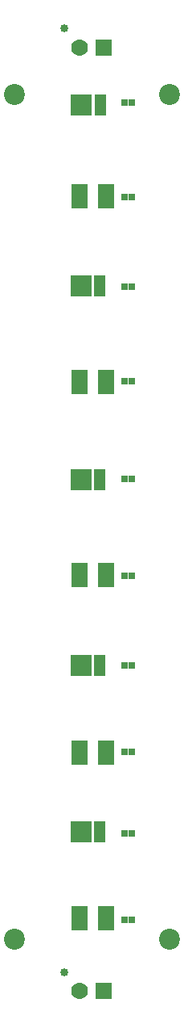
<source format=gts>
G04*
G04 #@! TF.GenerationSoftware,Altium Limited,Altium Designer,20.1.14 (287)*
G04*
G04 Layer_Color=8388736*
%FSLAX44Y44*%
%MOMM*%
G71*
G04*
G04 #@! TF.SameCoordinates,F9CCF83C-BBFD-4EAF-9253-F7A08A0B78FC*
G04*
G04*
G04 #@! TF.FilePolarity,Negative*
G04*
G01*
G75*
%ADD18R,1.8000X2.6000*%
%ADD19R,0.6500X0.6500*%
%ADD20R,2.3000X2.3000*%
%ADD21R,1.3000X2.3000*%
%ADD22R,1.7750X1.7750*%
%ADD23C,1.7750*%
%ADD24C,0.8500*%
%ADD25C,2.2000*%
D18*
X773252Y345713D02*
D03*
X801752D02*
D03*
X773252Y1102400D02*
D03*
X801752D02*
D03*
X773252Y908011D02*
D03*
X801752D02*
D03*
X773252Y705172D02*
D03*
X801752D02*
D03*
X773252Y519235D02*
D03*
X801752D02*
D03*
D19*
X820900Y434958D02*
D03*
X828900D02*
D03*
Y1102090D02*
D03*
X820900D02*
D03*
X828900Y909007D02*
D03*
X820900D02*
D03*
X828900Y704886D02*
D03*
X820900D02*
D03*
X828900Y519785D02*
D03*
X820900D02*
D03*
X828900Y344164D02*
D03*
X820900D02*
D03*
Y1200925D02*
D03*
X828900D02*
D03*
Y1007841D02*
D03*
X820900D02*
D03*
X828900Y806097D02*
D03*
X820900D02*
D03*
X828900Y610627D02*
D03*
X820900D02*
D03*
D20*
X775090Y435928D02*
D03*
X775524Y1198486D02*
D03*
X775082Y1008493D02*
D03*
Y805652D02*
D03*
Y610325D02*
D03*
D21*
X795090Y435928D02*
D03*
X795524Y1198486D02*
D03*
X795082Y1008493D02*
D03*
Y805652D02*
D03*
Y610325D02*
D03*
D22*
X798680Y1258250D02*
D03*
Y269163D02*
D03*
D23*
X773680Y1258250D02*
D03*
Y269163D02*
D03*
D24*
X757680Y1278250D02*
D03*
Y289163D02*
D03*
D25*
X705350Y1209590D02*
D03*
X868070D02*
D03*
Y323380D02*
D03*
X705350D02*
D03*
M02*

</source>
